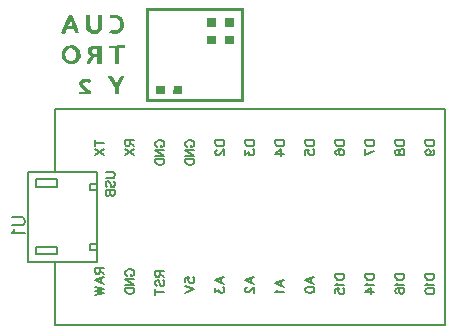
<source format=gbo>
G04 Layer: BottomSilkscreenLayer*
G04 EasyEDA v6.5.15, 2022-08-31 14:33:10*
G04 7f742d56b1564ff082f2a7d2e7a97bc1,d16243303ffc4a33bbfddbaf118a1a26,10*
G04 Gerber Generator version 0.2*
G04 Scale: 100 percent, Rotated: No, Reflected: No *
G04 Dimensions in millimeters *
G04 leading zeros omitted , absolute positions ,4 integer and 5 decimal *
%FSLAX45Y45*%
%MOMM*%

%ADD10C,0.1524*%
%ADD11C,0.2032*%

%LPD*%
G36*
X1528368Y11804599D02*
G01*
X1528368Y11779910D01*
X2336800Y11779910D01*
X2336800Y11029289D01*
X1553768Y11029289D01*
X1553768Y11779910D01*
X1528368Y11779910D01*
X1528368Y11004600D01*
X2362200Y11004600D01*
X2362200Y11804599D01*
G37*
G36*
X1286865Y11745976D02*
G01*
X1257198Y11743639D01*
X1245514Y11742470D01*
X1235506Y11741150D01*
X1228242Y11739829D01*
X1224838Y11738610D01*
X1222095Y11735917D01*
X1227988Y11712956D01*
X1285595Y11713260D01*
X1307185Y11685320D01*
X1306474Y11636705D01*
X1281785Y11611051D01*
X1229207Y11615216D01*
X1218285Y11591950D01*
X1231290Y11587175D01*
X1237996Y11585295D01*
X1246530Y11583771D01*
X1255826Y11582755D01*
X1264818Y11582349D01*
X1285341Y11582349D01*
X1320647Y11598656D01*
X1328775Y11610695D01*
X1332179Y11616791D01*
X1335430Y11624513D01*
X1338173Y11632844D01*
X1340053Y11640820D01*
X1343202Y11658904D01*
X1335582Y11707063D01*
X1326489Y11717020D01*
X1321714Y11721642D01*
X1315567Y11726875D01*
X1308760Y11732006D01*
X1302105Y11736476D01*
G37*
G36*
X1159764Y11740438D02*
G01*
X1126693Y11740388D01*
X1126693Y11633962D01*
X1110843Y11612016D01*
X1076604Y11612016D01*
X1061313Y11626799D01*
X1054303Y11681409D01*
X1058722Y11740388D01*
X1025042Y11740388D01*
X1025042Y11625884D01*
X1042365Y11597335D01*
X1074826Y11582349D01*
X1114196Y11582349D01*
X1151991Y11607342D01*
X1154887Y11620296D01*
X1155649Y11626951D01*
X1157071Y11648643D01*
X1158240Y11677243D01*
G37*
G36*
X873353Y11740388D02*
G01*
X852779Y11687556D01*
X836098Y11646560D01*
X871778Y11646560D01*
X877163Y11662664D01*
X882294Y11675922D01*
X891082Y11696395D01*
X900023Y11669877D01*
X904748Y11656618D01*
X908913Y11646560D01*
X836098Y11646560D01*
X812190Y11589766D01*
X820724Y11586413D01*
X824687Y11585092D01*
X833577Y11583111D01*
X837387Y11582704D01*
X845515Y11582349D01*
X861720Y11622379D01*
X920445Y11619433D01*
X929589Y11588242D01*
X946810Y11586311D01*
X953516Y11585752D01*
X959002Y11585752D01*
X962710Y11586159D01*
X964133Y11587073D01*
X963117Y11590477D01*
X955598Y11611102D01*
X942695Y11644985D01*
X905510Y11740286D01*
G37*
G36*
X2199487Y11715699D02*
G01*
X2199487Y11641632D01*
X2270658Y11641632D01*
X2270658Y11715699D01*
G37*
G36*
X2046986Y11715699D02*
G01*
X2046986Y11641632D01*
X2123236Y11641632D01*
X2123236Y11715699D01*
G37*
G36*
X2200351Y11562638D02*
G01*
X2196947Y11493449D01*
X2270658Y11493500D01*
X2270658Y11562638D01*
G37*
G36*
X2046986Y11562638D02*
G01*
X2046986Y11493500D01*
X2123236Y11493500D01*
X2123236Y11562638D01*
G37*
G36*
X905510Y11488521D02*
G01*
X859790Y11483543D01*
X847039Y11474399D01*
X841349Y11469573D01*
X835101Y11463070D01*
X829157Y11455755D01*
X824230Y11448542D01*
X814120Y11431778D01*
X814451Y11408867D01*
X846074Y11408867D01*
X858012Y11444071D01*
X879856Y11458905D01*
X892657Y11458752D01*
X899058Y11458346D01*
X904849Y11457228D01*
X910183Y11455349D01*
X915060Y11452758D01*
X919530Y11449354D01*
X923645Y11445138D01*
X927455Y11440109D01*
X930960Y11434216D01*
X938580Y11419890D01*
X938580Y11407140D01*
X938021Y11400840D01*
X936396Y11393119D01*
X934059Y11384889D01*
X931214Y11377269D01*
X923848Y11360099D01*
X895756Y11349736D01*
X884275Y11352530D01*
X878992Y11354460D01*
X873150Y11357660D01*
X867410Y11361623D01*
X862533Y11365992D01*
X852271Y11376710D01*
X846074Y11408867D01*
X814451Y11408867D01*
X814933Y11375390D01*
X839419Y11340439D01*
X873252Y11324742D01*
X918413Y11324742D01*
X951280Y11343081D01*
X974902Y11387328D01*
X969670Y11440617D01*
X940155Y11476177D01*
G37*
G36*
X1350416Y11483898D02*
G01*
X1215694Y11481155D01*
X1212443Y11458905D01*
X1269085Y11458905D01*
X1269085Y11325606D01*
X1299565Y11325606D01*
X1299565Y11458905D01*
X1350416Y11458905D01*
G37*
G36*
X1075334Y11483594D02*
G01*
X1045667Y11468709D01*
X1035202Y11449710D01*
X1035202Y11426342D01*
X1070762Y11426342D01*
X1070762Y11447475D01*
X1083716Y11453164D01*
X1089558Y11455400D01*
X1095806Y11457228D01*
X1101750Y11458448D01*
X1106627Y11458905D01*
X1116533Y11458905D01*
X1116533Y11414455D01*
X1083005Y11414455D01*
X1070762Y11426342D01*
X1035202Y11426342D01*
X1035202Y11416182D01*
X1059840Y11393678D01*
X1038910Y11356695D01*
X1032713Y11345164D01*
X1027988Y11335867D01*
X1025347Y11329924D01*
X1025042Y11328552D01*
X1025042Y11324945D01*
X1057452Y11328044D01*
X1091590Y11384838D01*
X1116533Y11384838D01*
X1116533Y11325606D01*
X1152144Y11325606D01*
X1152144Y11483594D01*
G37*
G36*
X1317345Y11229340D02*
G01*
X1299718Y11198453D01*
X1292656Y11186464D01*
X1286510Y11176660D01*
X1281836Y11170056D01*
X1279398Y11167618D01*
X1277010Y11169954D01*
X1272590Y11176355D01*
X1266647Y11185753D01*
X1259941Y11197234D01*
X1243228Y11226800D01*
X1218793Y11226698D01*
X1213205Y11226292D01*
X1209446Y11225682D01*
X1208074Y11224971D01*
X1210259Y11220500D01*
X1225143Y11193932D01*
X1263954Y11127232D01*
X1263954Y11068812D01*
X1299565Y11068812D01*
X1299565Y11134496D01*
X1346098Y11212830D01*
X1340866Y11226038D01*
G37*
G36*
X993749Y11202111D02*
G01*
X963980Y11173256D01*
X963980Y11165789D01*
X964437Y11161826D01*
X965555Y11156492D01*
X967282Y11150549D01*
X969365Y11144656D01*
X974699Y11130991D01*
X1016558Y11093500D01*
X958900Y11093500D01*
X958900Y11068812D01*
X1065682Y11068812D01*
X1065682Y11092942D01*
X1051458Y11102746D01*
X1043736Y11108944D01*
X1034084Y11117224D01*
X1023772Y11126520D01*
X994511Y11154003D01*
X994511Y11167770D01*
X1019149Y11178692D01*
X1051610Y11167668D01*
X1056132Y11170361D01*
X1057859Y11172190D01*
X1059281Y11175034D01*
X1060246Y11178590D01*
X1060602Y11182400D01*
X1060602Y11191748D01*
X1042822Y11201806D01*
G37*
G36*
X1763064Y11137950D02*
G01*
X1759712Y11068761D01*
X1833422Y11068812D01*
X1833422Y11137950D01*
G37*
G36*
X1614779Y11137950D02*
G01*
X1614779Y11068812D01*
X1686001Y11068812D01*
X1686001Y11137950D01*
G37*
D10*
X392684Y10033000D02*
G01*
X470662Y10033000D01*
X486155Y10027920D01*
X496570Y10017505D01*
X501650Y10001758D01*
X501650Y9991344D01*
X496570Y9975850D01*
X486155Y9965436D01*
X470662Y9960355D01*
X392684Y9960355D01*
X413512Y9926065D02*
G01*
X408178Y9915652D01*
X392684Y9899904D01*
X501650Y9899904D01*
X1099057Y10654792D02*
G01*
X1176781Y10654792D01*
X1099057Y10680700D02*
G01*
X1099057Y10628884D01*
X1099057Y10604500D02*
G01*
X1176781Y10552937D01*
X1099057Y10552937D02*
G01*
X1176781Y10604500D01*
X1353057Y10680700D02*
G01*
X1430781Y10680700D01*
X1353057Y10680700D02*
G01*
X1353057Y10647426D01*
X1356868Y10636250D01*
X1360423Y10632694D01*
X1367789Y10628884D01*
X1375155Y10628884D01*
X1382521Y10632694D01*
X1386331Y10636250D01*
X1390142Y10647426D01*
X1390142Y10680700D01*
X1390142Y10654792D02*
G01*
X1430781Y10628884D01*
X1353057Y10604500D02*
G01*
X1430781Y10552937D01*
X1353057Y10552937D02*
G01*
X1430781Y10604500D01*
X1879600Y10625328D02*
G01*
X1872234Y10628884D01*
X1864868Y10636250D01*
X1861057Y10643870D01*
X1861057Y10658602D01*
X1864868Y10665968D01*
X1872234Y10673334D01*
X1879600Y10676889D01*
X1890521Y10680700D01*
X1909063Y10680700D01*
X1920239Y10676889D01*
X1927605Y10673334D01*
X1934972Y10665968D01*
X1938781Y10658602D01*
X1938781Y10643870D01*
X1934972Y10636250D01*
X1927605Y10628884D01*
X1920239Y10625328D01*
X1909063Y10625328D01*
X1909063Y10643870D02*
G01*
X1909063Y10625328D01*
X1861057Y10600944D02*
G01*
X1938781Y10600944D01*
X1861057Y10600944D02*
G01*
X1938781Y10549128D01*
X1861057Y10549128D02*
G01*
X1938781Y10549128D01*
X1861057Y10524744D02*
G01*
X1938781Y10524744D01*
X1861057Y10524744D02*
G01*
X1861057Y10498836D01*
X1864868Y10487913D01*
X1872234Y10480547D01*
X1879600Y10476737D01*
X1890521Y10473181D01*
X1909063Y10473181D01*
X1920239Y10476737D01*
X1927605Y10480547D01*
X1934972Y10487913D01*
X1938781Y10498836D01*
X1938781Y10524744D01*
X1371600Y9533128D02*
G01*
X1364234Y9536684D01*
X1356868Y9544050D01*
X1353057Y9551670D01*
X1353057Y9566402D01*
X1356868Y9573768D01*
X1364234Y9581134D01*
X1371600Y9584689D01*
X1382521Y9588500D01*
X1401063Y9588500D01*
X1412239Y9584689D01*
X1419605Y9581134D01*
X1426971Y9573768D01*
X1430781Y9566402D01*
X1430781Y9551670D01*
X1426971Y9544050D01*
X1419605Y9536684D01*
X1412239Y9533128D01*
X1401063Y9533128D01*
X1401063Y9551670D02*
G01*
X1401063Y9533128D01*
X1353057Y9508744D02*
G01*
X1430781Y9508744D01*
X1353057Y9508744D02*
G01*
X1430781Y9456928D01*
X1353057Y9456928D02*
G01*
X1430781Y9456928D01*
X1353057Y9432544D02*
G01*
X1430781Y9432544D01*
X1353057Y9432544D02*
G01*
X1353057Y9406636D01*
X1356868Y9395713D01*
X1364234Y9388347D01*
X1371600Y9384537D01*
X1382521Y9380981D01*
X1401063Y9380981D01*
X1412239Y9384537D01*
X1419605Y9388347D01*
X1426971Y9395713D01*
X1430781Y9406636D01*
X1430781Y9432544D01*
X1099057Y9601200D02*
G01*
X1176781Y9601200D01*
X1099057Y9601200D02*
G01*
X1099057Y9567926D01*
X1102868Y9556750D01*
X1106423Y9553194D01*
X1113789Y9549384D01*
X1121155Y9549384D01*
X1128521Y9553194D01*
X1132331Y9556750D01*
X1136142Y9567926D01*
X1136142Y9601200D01*
X1136142Y9575292D02*
G01*
X1176781Y9549384D01*
X1099057Y9495536D02*
G01*
X1176781Y9525000D01*
X1099057Y9495536D02*
G01*
X1176781Y9466071D01*
X1150873Y9514078D02*
G01*
X1150873Y9476994D01*
X1099057Y9441687D02*
G01*
X1176781Y9423145D01*
X1099057Y9404604D02*
G01*
X1176781Y9423145D01*
X1099057Y9404604D02*
G01*
X1176781Y9386062D01*
X1099057Y9367774D02*
G01*
X1176781Y9386062D01*
X2115058Y10680700D02*
G01*
X2192781Y10680700D01*
X2115058Y10680700D02*
G01*
X2115058Y10654792D01*
X2118868Y10643870D01*
X2126234Y10636250D01*
X2133600Y10632694D01*
X2144522Y10628884D01*
X2163063Y10628884D01*
X2174240Y10632694D01*
X2181606Y10636250D01*
X2188972Y10643870D01*
X2192781Y10654792D01*
X2192781Y10680700D01*
X2133600Y10600944D02*
G01*
X2129790Y10600944D01*
X2122424Y10597134D01*
X2118868Y10593578D01*
X2115058Y10586212D01*
X2115058Y10571226D01*
X2118868Y10563860D01*
X2122424Y10560304D01*
X2129790Y10556494D01*
X2137156Y10556494D01*
X2144522Y10560304D01*
X2155697Y10567670D01*
X2192781Y10604500D01*
X2192781Y10552937D01*
X2369058Y10680700D02*
G01*
X2446781Y10680700D01*
X2369058Y10680700D02*
G01*
X2369058Y10654792D01*
X2372868Y10643870D01*
X2380234Y10636250D01*
X2387600Y10632694D01*
X2398522Y10628884D01*
X2417063Y10628884D01*
X2428240Y10632694D01*
X2435606Y10636250D01*
X2442972Y10643870D01*
X2446781Y10654792D01*
X2446781Y10680700D01*
X2369058Y10597134D02*
G01*
X2369058Y10556494D01*
X2398522Y10578845D01*
X2398522Y10567670D01*
X2402331Y10560304D01*
X2406141Y10556494D01*
X2417063Y10552937D01*
X2424429Y10552937D01*
X2435606Y10556494D01*
X2442972Y10563860D01*
X2446781Y10575036D01*
X2446781Y10586212D01*
X2442972Y10597134D01*
X2439161Y10600944D01*
X2431795Y10604500D01*
X2623058Y10680700D02*
G01*
X2700781Y10680700D01*
X2623058Y10680700D02*
G01*
X2623058Y10654792D01*
X2626868Y10643870D01*
X2634234Y10636250D01*
X2641600Y10632694D01*
X2652522Y10628884D01*
X2671063Y10628884D01*
X2682240Y10632694D01*
X2689606Y10636250D01*
X2696972Y10643870D01*
X2700781Y10654792D01*
X2700781Y10680700D01*
X2623058Y10567670D02*
G01*
X2674874Y10604500D01*
X2674874Y10549128D01*
X2623058Y10567670D02*
G01*
X2700781Y10567670D01*
X2877058Y10680700D02*
G01*
X2954781Y10680700D01*
X2877058Y10680700D02*
G01*
X2877058Y10654792D01*
X2880868Y10643870D01*
X2888234Y10636250D01*
X2895600Y10632694D01*
X2906522Y10628884D01*
X2925063Y10628884D01*
X2936240Y10632694D01*
X2943606Y10636250D01*
X2950972Y10643870D01*
X2954781Y10654792D01*
X2954781Y10680700D01*
X2877058Y10560304D02*
G01*
X2877058Y10597134D01*
X2910331Y10600944D01*
X2906522Y10597134D01*
X2902965Y10586212D01*
X2902965Y10575036D01*
X2906522Y10563860D01*
X2914141Y10556494D01*
X2925063Y10552937D01*
X2932429Y10552937D01*
X2943606Y10556494D01*
X2950972Y10563860D01*
X2954781Y10575036D01*
X2954781Y10586212D01*
X2950972Y10597134D01*
X2947161Y10600944D01*
X2939795Y10604500D01*
X3131058Y10680700D02*
G01*
X3208781Y10680700D01*
X3131058Y10680700D02*
G01*
X3131058Y10654792D01*
X3134868Y10643870D01*
X3142234Y10636250D01*
X3149600Y10632694D01*
X3160522Y10628884D01*
X3179063Y10628884D01*
X3190240Y10632694D01*
X3197606Y10636250D01*
X3204972Y10643870D01*
X3208781Y10654792D01*
X3208781Y10680700D01*
X3142234Y10560304D02*
G01*
X3134868Y10563860D01*
X3131058Y10575036D01*
X3131058Y10582402D01*
X3134868Y10593578D01*
X3145790Y10600944D01*
X3164331Y10604500D01*
X3182874Y10604500D01*
X3197606Y10600944D01*
X3204972Y10593578D01*
X3208781Y10582402D01*
X3208781Y10578845D01*
X3204972Y10567670D01*
X3197606Y10560304D01*
X3186429Y10556494D01*
X3182874Y10556494D01*
X3171697Y10560304D01*
X3164331Y10567670D01*
X3160522Y10578845D01*
X3160522Y10582402D01*
X3164331Y10593578D01*
X3171697Y10600944D01*
X3182874Y10604500D01*
X3385058Y10680700D02*
G01*
X3462781Y10680700D01*
X3385058Y10680700D02*
G01*
X3385058Y10654792D01*
X3388868Y10643870D01*
X3396234Y10636250D01*
X3403600Y10632694D01*
X3414522Y10628884D01*
X3433063Y10628884D01*
X3444240Y10632694D01*
X3451606Y10636250D01*
X3458972Y10643870D01*
X3462781Y10654792D01*
X3462781Y10680700D01*
X3385058Y10552937D02*
G01*
X3462781Y10589768D01*
X3385058Y10604500D02*
G01*
X3385058Y10552937D01*
X3639058Y10680700D02*
G01*
X3716781Y10680700D01*
X3639058Y10680700D02*
G01*
X3639058Y10654792D01*
X3642868Y10643870D01*
X3650234Y10636250D01*
X3657600Y10632694D01*
X3668522Y10628884D01*
X3687063Y10628884D01*
X3698240Y10632694D01*
X3705606Y10636250D01*
X3712972Y10643870D01*
X3716781Y10654792D01*
X3716781Y10680700D01*
X3639058Y10586212D02*
G01*
X3642868Y10597134D01*
X3650234Y10600944D01*
X3657600Y10600944D01*
X3664965Y10597134D01*
X3668522Y10589768D01*
X3672331Y10575036D01*
X3676141Y10563860D01*
X3683508Y10556494D01*
X3690874Y10552937D01*
X3701795Y10552937D01*
X3709161Y10556494D01*
X3712972Y10560304D01*
X3716781Y10571226D01*
X3716781Y10586212D01*
X3712972Y10597134D01*
X3709161Y10600944D01*
X3701795Y10604500D01*
X3690874Y10604500D01*
X3683508Y10600944D01*
X3676141Y10593578D01*
X3672331Y10582402D01*
X3668522Y10567670D01*
X3664965Y10560304D01*
X3657600Y10556494D01*
X3650234Y10556494D01*
X3642868Y10560304D01*
X3639058Y10571226D01*
X3639058Y10586212D01*
X3893058Y10680700D02*
G01*
X3970781Y10680700D01*
X3893058Y10680700D02*
G01*
X3893058Y10654792D01*
X3896868Y10643870D01*
X3904234Y10636250D01*
X3911600Y10632694D01*
X3922522Y10628884D01*
X3941063Y10628884D01*
X3952240Y10632694D01*
X3959606Y10636250D01*
X3966972Y10643870D01*
X3970781Y10654792D01*
X3970781Y10680700D01*
X3918965Y10556494D02*
G01*
X3930141Y10560304D01*
X3937508Y10567670D01*
X3941063Y10578845D01*
X3941063Y10582402D01*
X3937508Y10593578D01*
X3930141Y10600944D01*
X3918965Y10604500D01*
X3915156Y10604500D01*
X3904234Y10600944D01*
X3896868Y10593578D01*
X3893058Y10582402D01*
X3893058Y10578845D01*
X3896868Y10567670D01*
X3904234Y10560304D01*
X3918965Y10556494D01*
X3937508Y10556494D01*
X3955795Y10560304D01*
X3966972Y10567670D01*
X3970781Y10578845D01*
X3970781Y10586212D01*
X3966972Y10597134D01*
X3959606Y10600944D01*
X1607057Y9575800D02*
G01*
X1684781Y9575800D01*
X1607057Y9575800D02*
G01*
X1607057Y9542526D01*
X1610868Y9531350D01*
X1614423Y9527794D01*
X1621789Y9523984D01*
X1629155Y9523984D01*
X1636521Y9527794D01*
X1640331Y9531350D01*
X1644142Y9542526D01*
X1644142Y9575800D01*
X1644142Y9549892D02*
G01*
X1684781Y9523984D01*
X1618234Y9448037D02*
G01*
X1610868Y9455404D01*
X1607057Y9466326D01*
X1607057Y9481312D01*
X1610868Y9492234D01*
X1618234Y9499600D01*
X1625600Y9499600D01*
X1632965Y9496044D01*
X1636521Y9492234D01*
X1640331Y9484868D01*
X1647697Y9462770D01*
X1651507Y9455404D01*
X1655063Y9451594D01*
X1662429Y9448037D01*
X1673605Y9448037D01*
X1680971Y9455404D01*
X1684781Y9466326D01*
X1684781Y9481312D01*
X1680971Y9492234D01*
X1673605Y9499600D01*
X1607057Y9397745D02*
G01*
X1684781Y9397745D01*
X1607057Y9423654D02*
G01*
X1607057Y9371837D01*
X1861057Y9480550D02*
G01*
X1861057Y9517634D01*
X1894331Y9521189D01*
X1890521Y9517634D01*
X1886965Y9506458D01*
X1886965Y9495536D01*
X1890521Y9484360D01*
X1898142Y9476994D01*
X1909063Y9473184D01*
X1916429Y9473184D01*
X1927605Y9476994D01*
X1934972Y9484360D01*
X1938781Y9495536D01*
X1938781Y9506458D01*
X1934972Y9517634D01*
X1931161Y9521189D01*
X1923795Y9525000D01*
X1861057Y9448800D02*
G01*
X1938781Y9419336D01*
X1861057Y9389871D02*
G01*
X1938781Y9419336D01*
X2115058Y9495536D02*
G01*
X2192781Y9525000D01*
X2115058Y9495536D02*
G01*
X2192781Y9465818D01*
X2166874Y9513824D02*
G01*
X2166874Y9476994D01*
X2115058Y9434068D02*
G01*
X2115058Y9393428D01*
X2144522Y9415526D01*
X2144522Y9404604D01*
X2148331Y9397237D01*
X2152141Y9393428D01*
X2163063Y9389871D01*
X2170429Y9389871D01*
X2181606Y9393428D01*
X2188972Y9400794D01*
X2192781Y9411970D01*
X2192781Y9423145D01*
X2188972Y9434068D01*
X2185161Y9437878D01*
X2177795Y9441434D01*
X2369058Y9495536D02*
G01*
X2446781Y9525000D01*
X2369058Y9495536D02*
G01*
X2446781Y9465818D01*
X2420874Y9513824D02*
G01*
X2420874Y9476994D01*
X2387600Y9437878D02*
G01*
X2383790Y9437878D01*
X2376424Y9434068D01*
X2372868Y9430512D01*
X2369058Y9423145D01*
X2369058Y9408160D01*
X2372868Y9400794D01*
X2376424Y9397237D01*
X2383790Y9393428D01*
X2391156Y9393428D01*
X2398522Y9397237D01*
X2409697Y9404604D01*
X2446781Y9441434D01*
X2446781Y9389871D01*
X2623058Y9470136D02*
G01*
X2700781Y9499600D01*
X2623058Y9470136D02*
G01*
X2700781Y9440418D01*
X2674874Y9488424D02*
G01*
X2674874Y9451594D01*
X2637790Y9416034D02*
G01*
X2634234Y9408668D01*
X2623058Y9397745D01*
X2700781Y9397745D01*
X2877058Y9495536D02*
G01*
X2954781Y9525000D01*
X2877058Y9495536D02*
G01*
X2954781Y9465818D01*
X2928874Y9513824D02*
G01*
X2928874Y9476994D01*
X2877058Y9419336D02*
G01*
X2880868Y9430512D01*
X2891790Y9437878D01*
X2910331Y9441434D01*
X2921508Y9441434D01*
X2939795Y9437878D01*
X2950972Y9430512D01*
X2954781Y9419336D01*
X2954781Y9411970D01*
X2950972Y9400794D01*
X2939795Y9393428D01*
X2921508Y9389871D01*
X2910331Y9389871D01*
X2891790Y9393428D01*
X2880868Y9400794D01*
X2877058Y9411970D01*
X2877058Y9419336D01*
X3131058Y9550400D02*
G01*
X3208781Y9550400D01*
X3131058Y9550400D02*
G01*
X3131058Y9524492D01*
X3134868Y9513570D01*
X3142234Y9505950D01*
X3149600Y9502394D01*
X3160522Y9498584D01*
X3179063Y9498584D01*
X3190240Y9502394D01*
X3197606Y9505950D01*
X3204972Y9513570D01*
X3208781Y9524492D01*
X3208781Y9550400D01*
X3145790Y9474200D02*
G01*
X3142234Y9466834D01*
X3131058Y9455912D01*
X3208781Y9455912D01*
X3131058Y9387078D02*
G01*
X3131058Y9424162D01*
X3164331Y9427718D01*
X3160522Y9424162D01*
X3156965Y9412986D01*
X3156965Y9401810D01*
X3160522Y9390887D01*
X3168141Y9383521D01*
X3179063Y9379712D01*
X3186429Y9379712D01*
X3197606Y9383521D01*
X3204972Y9390887D01*
X3208781Y9401810D01*
X3208781Y9412986D01*
X3204972Y9424162D01*
X3201161Y9427718D01*
X3193795Y9431528D01*
X3385058Y9550400D02*
G01*
X3462781Y9550400D01*
X3385058Y9550400D02*
G01*
X3385058Y9524492D01*
X3388868Y9513570D01*
X3396234Y9505950D01*
X3403600Y9502394D01*
X3414522Y9498584D01*
X3433063Y9498584D01*
X3444240Y9502394D01*
X3451606Y9505950D01*
X3458972Y9513570D01*
X3462781Y9524492D01*
X3462781Y9550400D01*
X3399790Y9474200D02*
G01*
X3396234Y9466834D01*
X3385058Y9455912D01*
X3462781Y9455912D01*
X3385058Y9394444D02*
G01*
X3436874Y9431528D01*
X3436874Y9375902D01*
X3385058Y9394444D02*
G01*
X3462781Y9394444D01*
X3639058Y9550400D02*
G01*
X3716781Y9550400D01*
X3639058Y9550400D02*
G01*
X3639058Y9524492D01*
X3642868Y9513570D01*
X3650234Y9505950D01*
X3657600Y9502394D01*
X3668522Y9498584D01*
X3687063Y9498584D01*
X3698240Y9502394D01*
X3705606Y9505950D01*
X3712972Y9513570D01*
X3716781Y9524492D01*
X3716781Y9550400D01*
X3653790Y9474200D02*
G01*
X3650234Y9466834D01*
X3639058Y9455912D01*
X3716781Y9455912D01*
X3650234Y9387078D02*
G01*
X3642868Y9390887D01*
X3639058Y9401810D01*
X3639058Y9409176D01*
X3642868Y9420352D01*
X3653790Y9427718D01*
X3672331Y9431528D01*
X3690874Y9431528D01*
X3705606Y9427718D01*
X3712972Y9420352D01*
X3716781Y9409176D01*
X3716781Y9405620D01*
X3712972Y9394444D01*
X3705606Y9387078D01*
X3694429Y9383521D01*
X3690874Y9383521D01*
X3679697Y9387078D01*
X3672331Y9394444D01*
X3668522Y9405620D01*
X3668522Y9409176D01*
X3672331Y9420352D01*
X3679697Y9427718D01*
X3690874Y9431528D01*
X3893058Y9550400D02*
G01*
X3970781Y9550400D01*
X3893058Y9550400D02*
G01*
X3893058Y9524492D01*
X3896868Y9513570D01*
X3904234Y9505950D01*
X3911600Y9502394D01*
X3922522Y9498584D01*
X3941063Y9498584D01*
X3952240Y9502394D01*
X3959606Y9505950D01*
X3966972Y9513570D01*
X3970781Y9524492D01*
X3970781Y9550400D01*
X3907790Y9474200D02*
G01*
X3904234Y9466834D01*
X3893058Y9455912D01*
X3970781Y9455912D01*
X3893058Y9409176D02*
G01*
X3896868Y9420352D01*
X3907790Y9427718D01*
X3926331Y9431528D01*
X3937508Y9431528D01*
X3955795Y9427718D01*
X3966972Y9420352D01*
X3970781Y9409176D01*
X3970781Y9401810D01*
X3966972Y9390887D01*
X3955795Y9383521D01*
X3937508Y9379712D01*
X3926331Y9379712D01*
X3907790Y9383521D01*
X3896868Y9390887D01*
X3893058Y9401810D01*
X3893058Y9409176D01*
X1187957Y10414000D02*
G01*
X1243329Y10414000D01*
X1254505Y10410189D01*
X1261871Y10402824D01*
X1265681Y10391902D01*
X1265681Y10384536D01*
X1261871Y10373360D01*
X1254505Y10365994D01*
X1243329Y10362184D01*
X1187957Y10362184D01*
X1199134Y10286237D02*
G01*
X1191768Y10293604D01*
X1187957Y10304526D01*
X1187957Y10319512D01*
X1191768Y10330434D01*
X1199134Y10337800D01*
X1206500Y10337800D01*
X1213865Y10334244D01*
X1217421Y10330434D01*
X1221231Y10323068D01*
X1228597Y10300970D01*
X1232407Y10293604D01*
X1235963Y10289794D01*
X1243329Y10286237D01*
X1254505Y10286237D01*
X1261871Y10293604D01*
X1265681Y10304526D01*
X1265681Y10319512D01*
X1261871Y10330434D01*
X1254505Y10337800D01*
X1187957Y10261854D02*
G01*
X1265681Y10261854D01*
X1187957Y10261854D02*
G01*
X1187957Y10228579D01*
X1191768Y10217404D01*
X1195323Y10213847D01*
X1202689Y10210037D01*
X1210055Y10210037D01*
X1217421Y10213847D01*
X1221231Y10217404D01*
X1225042Y10228579D01*
X1225042Y10261854D02*
G01*
X1225042Y10228579D01*
X1228597Y10217404D01*
X1232407Y10213847D01*
X1239773Y10210037D01*
X1250695Y10210037D01*
X1258062Y10213847D01*
X1261871Y10217404D01*
X1265681Y10228579D01*
X1265681Y10261854D01*
X1625600Y10625328D02*
G01*
X1618234Y10628884D01*
X1610868Y10636250D01*
X1607057Y10643870D01*
X1607057Y10658602D01*
X1610868Y10665968D01*
X1618234Y10673334D01*
X1625600Y10676889D01*
X1636521Y10680700D01*
X1655063Y10680700D01*
X1666239Y10676889D01*
X1673605Y10673334D01*
X1680971Y10665968D01*
X1684781Y10658602D01*
X1684781Y10643870D01*
X1680971Y10636250D01*
X1673605Y10628884D01*
X1666239Y10625328D01*
X1655063Y10625328D01*
X1655063Y10643870D02*
G01*
X1655063Y10625328D01*
X1607057Y10600944D02*
G01*
X1684781Y10600944D01*
X1607057Y10600944D02*
G01*
X1684781Y10549128D01*
X1607057Y10549128D02*
G01*
X1684781Y10549128D01*
X1607057Y10524744D02*
G01*
X1684781Y10524744D01*
X1607057Y10524744D02*
G01*
X1607057Y10498836D01*
X1610868Y10487913D01*
X1618234Y10480547D01*
X1625600Y10476737D01*
X1636521Y10473181D01*
X1655063Y10473181D01*
X1666239Y10476737D01*
X1673605Y10480547D01*
X1680971Y10487913D01*
X1684781Y10498836D01*
X1684781Y10524744D01*
D11*
X1117600Y9804400D02*
G01*
X1054100Y9804400D01*
X1054100Y9753600D01*
X1117600Y9753600D01*
X1117600Y10312400D02*
G01*
X1054100Y10312400D01*
X1054100Y10261600D01*
X1117600Y10261600D01*
X762000Y10414000D02*
G01*
X762000Y10947400D01*
X4064000Y10947400D01*
X4064000Y9118600D01*
X762000Y9118600D01*
X762000Y9652000D01*
X533400Y10414000D02*
G01*
X533400Y9652000D01*
X1117600Y9652000D01*
X1117600Y10414000D01*
X533400Y10414000D01*
X596900Y10350500D02*
G01*
X596900Y10287000D01*
X774700Y10287000D01*
X774700Y10350500D01*
X596900Y10350500D01*
X596900Y9779000D02*
G01*
X596900Y9715500D01*
X774700Y9715500D01*
X774700Y9779000D01*
X596900Y9779000D01*
M02*

</source>
